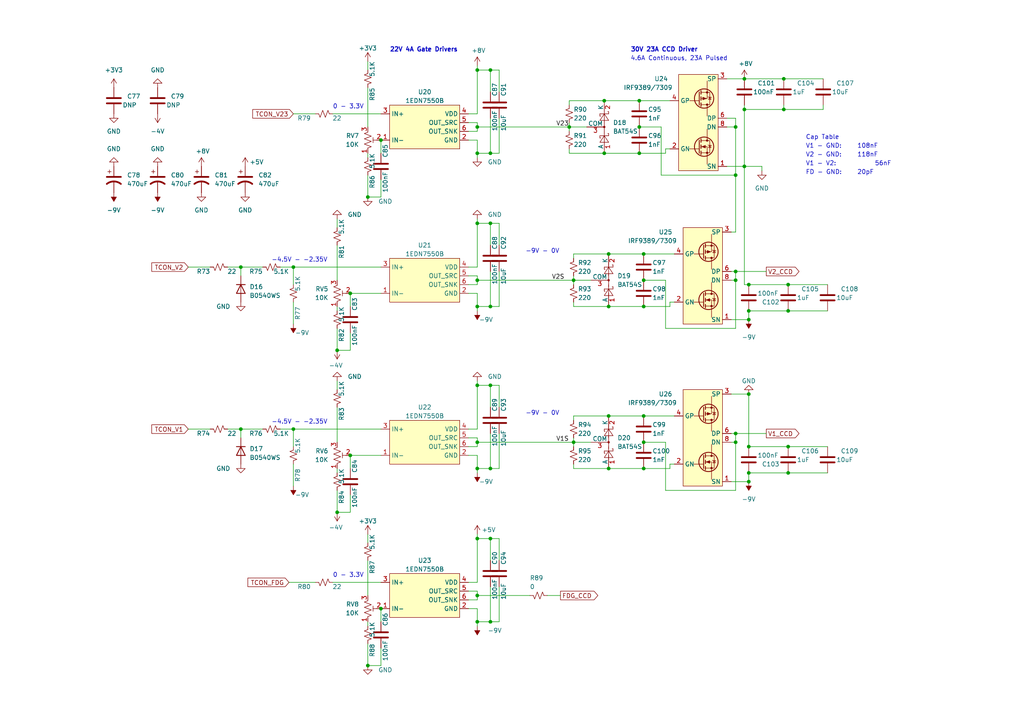
<source format=kicad_sch>
(kicad_sch (version 20231120) (generator "eeschema") (generator_version "8.0")
  (paper "A4")
  (title_block (title "Sitina 1 Sensor Board") (date "2024-03-25") (rev "R0.9") (company "Copyright 2024 Wenting Zhang") (comment 2 "MERCHANTABILITY, SATISFACTORY QUALITY AND FITNESS FOR A PARTICULAR PURPOSE.") (comment 3 "This source is distributed WITHOUT ANY EXPRESS OR IMPLIED WARRANTY, INCLUDING OF") (comment 4 "This source describes Open Hardware and is licensed under the CERN-OHL-P v2."))
  (lib_symbols
    (symbol "Device:C" (pin_numbers hide) (pin_names (offset 0.254))
      (property "Reference" "C" (at 0.635 2.54 0))
      (property "Value" "C" (at 0.635 -2.54 0))
      (symbol "C_1_1"
        (pin passive line (at 0 3.81 270) (length 2.794) (name "~") (number "1"))
        (pin passive line (at 0 -3.81 90) (length 2.794) (name "~") (number "2"))
      )
    )
    (symbol "Device:C_Polarized_US" (pin_numbers hide) (pin_names (offset 0.254) hide)
      (property "Reference" "C" (at 0.635 2.54 0))
      (property "Value" "C_Polarized_US" (at 0.635 -2.54 0))
      (symbol "C_Polarized_US_1_1"
        (pin passive line (at 0 3.81 270) (length 2.794) (name "~") (number "1"))
        (pin passive line (at 0 -3.81 90) (length 3.302) (name "~") (number "2"))
      )
    )
    (symbol "Device:D" (pin_numbers hide) (pin_names (offset 1.016) hide)
      (property "Reference" "D" (at 0 2.54 0))
      (property "Value" "D" (at 0 -2.54 0))
      (symbol "D_1_1"
        (pin passive line (at -3.81 0 0) (length 2.54) (name "K") (number "1"))
        (pin passive line (at 3.81 0 180) (length 2.54) (name "A") (number "2"))
      )
    )
    (symbol "Device:R_Potentiometer_Trim_US" (pin_names (offset 1.016) hide)
      (property "Reference" "RV" (at -4.445 0 90))
      (property "Value" "R_Potentiometer_Trim_US" (at -2.54 0 90))
      (symbol "R_Potentiometer_Trim_US_1_1"
        (pin passive line (at 0 3.81 270) (length 1.27) (name "1") (number "1"))
        (pin passive line (at 3.81 0 180) (length 1.27) (name "2") (number "2"))
        (pin passive line (at 0 -3.81 90) (length 1.27) (name "3") (number "3"))
      )
    )
    (symbol "Device:R_Small_US" (pin_numbers hide) (pin_names (offset 0.254) hide)
      (property "Reference" "R" (at 0.762 0.508 0))
      (property "Value" "R_Small_US" (at 0.762 -1.016 0))
      (symbol "R_Small_US_1_1"
        (pin passive line (at 0 2.54 270) (length 1.016) (name "~") (number "1"))
        (pin passive line (at 0 -2.54 90) (length 1.016) (name "~") (number "2"))
      )
    )
    (symbol "Diode:BAT54S" (pin_names (offset 0))
      (property "Reference" "D" (at 2.54 -5.08 0))
      (property "Value" "BAT54S" (at -6.35 3.175 0))
      (symbol "BAT54S_1_1"
        (pin passive line (at -7.62 0 0) (length 3.81) (name "A") (number "1"))
        (pin passive line (at 7.62 0 180) (length 3.81) (name "K") (number "2"))
        (pin passive line (at 0 -5.08 90) (length 5.08) (name "COM") (number "3"))
      )
    )
    (symbol "Sitina:-4V" (power) (pin_names (offset 0))
      (property "Value" "-4V" (at 0 3.556 0))
      (symbol "-4V_1_1"
        (pin power_in line (at 0 0 90) (length 0) hide (name "-4V") (number "1"))
      )
    )
    (symbol "power:+3V3" (power) (pin_numbers hide) (pin_names (offset 0) hide)
      (property "Value" "+3V3" (at 0 3.556 0))
      (symbol "+3V3_1_1"
        (pin power_in line (at 0 0 90) (length 0) (name "~") (number "1"))
      )
    )
    (symbol "power:+5V" (power) (pin_names (offset 0))
      (property "Value" "+5V" (at 0 3.556 0))
      (symbol "+5V_1_1"
        (pin power_in line (at 0 0 90) (length 0) hide (name "+5V") (number "1"))
      )
    )
    (symbol "power:+8V" (power) (pin_names (offset 0))
      (property "Value" "+8V" (at 0 3.556 0))
      (symbol "+8V_1_1"
        (pin power_in line (at 0 0 90) (length 0) hide (name "+8V") (number "1"))
      )
    )
    (symbol "power:-9V" (power) (pin_names (offset 0))
      (property "Value" "-9V" (at 0 3.81 0))
      (symbol "-9V_1_1"
        (pin power_in line (at 0 0 90) (length 0) hide (name "-9V") (number "1"))
      )
    )
    (symbol "power:GND" (power) (pin_names (offset 0))
      (property "Value" "GND" (at 0 -3.81 0))
      (symbol "GND_1_1"
        (pin power_in line (at 0 0 270) (length 0) hide (name "GND") (number "1"))
      )
    )
    (symbol "symbols:1EDNx550B"
      (property "Reference" "U" (at 0 0 0))
      (property "Value" "1EDNx550" (at 0 0 0))
      (symbol "1EDNx550B_1_1"
        (pin input line (at -2.54 -12.7 0) (length 2.54) (name "IN-") (number "1"))
        (pin passive line (at 22.86 -12.7 180) (length 2.54) (name "GND") (number "2"))
        (pin input line (at -2.54 -5.08 0) (length 2.54) (name "IN+") (number "3"))
        (pin power_in line (at 22.86 -5.08 180) (length 2.54) (name "VDD") (number "4"))
        (pin output line (at 22.86 -7.62 180) (length 2.54) (name "OUT_SRC") (number "5"))
        (pin output line (at 22.86 -10.16 180) (length 2.54) (name "OUT_SNK") (number "6"))
      )
    )
    (symbol "symbols:IRF9389BF"
      (property "Reference" "U" (at 1.27 1.27 0))
      (property "Value" "IRF9389BF" (at 8.89 1.27 0))
      (symbol "IRF9389BF_1_1"
        (pin bidirectional line (at 13.97 -27.94 180) (length 2.54) (name "SN") (number "1"))
        (pin input line (at -2.54 -22.86 0) (length 2.54) (name "GN") (number "2"))
        (pin bidirectional line (at 13.97 -2.54 180) (length 2.54) (name "SP") (number "3"))
        (pin input line (at -2.54 -8.89 0) (length 2.54) (name "GP") (number "4"))
        (pin bidirectional line (at 13.97 -13.97 180) (length 2.54) hide (name "DP") (number "5"))
        (pin bidirectional line (at 13.97 -13.97 180) (length 2.54) (name "DP") (number "6"))
        (pin bidirectional line (at 13.97 -16.51 180) (length 2.54) hide (name "DN") (number "7"))
        (pin bidirectional line (at 13.97 -16.51 180) (length 2.54) (name "DN") (number "8"))
      )
    )
  )
  (junction (at 85.09 124.46))
  (junction (at 185.42 36.83))
  (junction (at 110.49 40.64))
  (junction (at 138.43 156.21))
  (junction (at 176.53 135.89))
  (junction (at 215.9 31.75))
  (junction (at 106.68 193.04))
  (junction (at 138.43 172.72))
  (junction (at 110.49 176.53))
  (junction (at 142.24 64.77))
  (junction (at 228.6 129.54))
  (junction (at 185.42 29.21))
  (junction (at 213.36 128.27))
  (junction (at 138.43 180.34))
  (junction (at 138.43 64.77))
  (junction (at 165.1 36.83))
  (junction (at 138.43 88.9))
  (junction (at 176.53 88.9))
  (junction (at 186.69 128.27))
  (junction (at 228.6 90.17))
  (junction (at 176.53 73.66))
  (junction (at 217.17 137.16))
  (junction (at 142.24 156.21))
  (junction (at 227.33 22.86))
  (junction (at 142.24 180.34))
  (junction (at 138.43 81.28))
  (junction (at 138.43 36.83))
  (junction (at 97.79 101.6))
  (junction (at 217.17 82.55))
  (junction (at 186.69 120.65))
  (junction (at 142.24 88.9))
  (junction (at 213.36 81.28))
  (junction (at 186.69 73.66))
  (junction (at 175.26 44.45))
  (junction (at 138.43 128.27))
  (junction (at 142.24 111.76))
  (junction (at 186.69 81.28))
  (junction (at 138.43 135.89))
  (junction (at 213.36 50.8))
  (junction (at 166.37 81.28))
  (junction (at 101.6 132.08))
  (junction (at 227.33 31.75))
  (junction (at 142.24 20.32))
  (junction (at 138.43 111.76))
  (junction (at 228.6 137.16))
  (junction (at 213.36 125.73))
  (junction (at 106.68 57.15))
  (junction (at 175.26 29.21))
  (junction (at 185.42 44.45))
  (junction (at 217.17 139.7))
  (junction (at 213.36 36.83))
  (junction (at 85.09 77.47))
  (junction (at 228.6 82.55))
  (junction (at 142.24 44.45))
  (junction (at 186.69 88.9))
  (junction (at 101.6 85.09))
  (junction (at 217.17 90.17))
  (junction (at 176.53 120.65))
  (junction (at 215.9 22.86))
  (junction (at 217.17 129.54))
  (junction (at 166.37 128.27))
  (junction (at 138.43 44.45))
  (junction (at 69.85 124.46))
  (junction (at 186.69 135.89))
  (junction (at 215.9 48.26))
  (junction (at 213.36 78.74))
  (junction (at 97.79 148.59))
  (junction (at 138.43 20.32))
  (junction (at 69.85 77.47))
  (junction (at 217.17 114.3))
  (junction (at 142.24 135.89))
  (junction (at 217.17 92.71))
  (wire (pts (xy 138.43 64.77) (xy 142.24 64.77)))
  (wire (pts (xy 142.24 78.74) (xy 142.24 88.9)))
  (wire (pts (xy 213.36 81.28) (xy 213.36 95.25)))
  (wire (pts (xy 166.37 88.9) (xy 176.53 88.9)))
  (wire (pts (xy 138.43 20.32) (xy 138.43 33.02)))
  (wire (pts (xy 144.78 64.77) (xy 144.78 71.12)))
  (wire (pts (xy 135.89 168.91) (xy 138.43 168.91)))
  (wire (pts (xy 194.31 87.63) (xy 195.58 87.63)))
  (wire (pts (xy 217.17 129.54) (xy 228.6 129.54)))
  (wire (pts (xy 106.68 181.61) (xy 106.68 180.34)))
  (wire (pts (xy 215.9 22.86) (xy 227.33 22.86)))
  (wire (pts (xy 138.43 154.94) (xy 138.43 156.21)))
  (wire (pts (xy 144.78 170.18) (xy 144.78 180.34)))
  (wire (pts (xy 97.79 71.12) (xy 97.79 81.28)))
  (wire (pts (xy 101.6 96.52) (xy 101.6 101.6)))
  (wire (pts (xy 227.33 31.75) (xy 215.9 31.75)))
  (wire (pts (xy 142.24 64.77) (xy 144.78 64.77)))
  (wire (pts (xy 106.68 162.56) (xy 106.68 172.72)))
  (wire (pts (xy 138.43 38.1) (xy 135.89 38.1)))
  (wire (pts (xy 69.85 124.46) (xy 76.2 124.46)))
  (wire (pts (xy 240.03 90.17) (xy 228.6 90.17)))
  (wire (pts (xy 138.43 127) (xy 138.43 128.27)))
  (wire (pts (xy 217.17 90.17) (xy 228.6 90.17)))
  (wire (pts (xy 97.79 63.5) (xy 97.79 66.04)))
  (wire (pts (xy 138.43 19.05) (xy 138.43 20.32)))
  (wire (pts (xy 138.43 156.21) (xy 142.24 156.21)))
  (wire (pts (xy 144.78 180.34) (xy 142.24 180.34)))
  (wire (pts (xy 142.24 156.21) (xy 142.24 162.56)))
  (wire (pts (xy 144.78 135.89) (xy 142.24 135.89)))
  (wire (pts (xy 135.89 171.45) (xy 138.43 171.45)))
  (wire (pts (xy 138.43 180.34) (xy 138.43 181.61)))
  (wire (pts (xy 135.89 85.09) (xy 138.43 85.09)))
  (wire (pts (xy 142.24 170.18) (xy 142.24 180.34)))
  (wire (pts (xy 144.78 125.73) (xy 144.78 135.89)))
  (wire (pts (xy 106.68 25.4) (xy 106.68 36.83)))
  (wire (pts (xy 138.43 173.99) (xy 135.89 173.99)))
  (wire (pts (xy 101.6 85.09) (xy 110.49 85.09)))
  (wire (pts (xy 215.9 82.55) (xy 217.17 82.55)))
  (wire (pts (xy 213.36 128.27) (xy 213.36 142.24)))
  (wire (pts (xy 227.33 30.48) (xy 227.33 31.75)))
  (wire (pts (xy 166.37 120.65) (xy 166.37 121.92)))
  (wire (pts (xy 213.36 50.8) (xy 191.77 50.8)))
  (wire (pts (xy 135.89 40.64) (xy 138.43 40.64)))
  (wire (pts (xy 138.43 36.83) (xy 165.1 36.83)))
  (wire (pts (xy 81.28 124.46) (xy 85.09 124.46)))
  (wire (pts (xy 213.36 34.29) (xy 213.36 36.83)))
  (wire (pts (xy 106.68 186.69) (xy 106.68 193.04)))
  (wire (pts (xy 176.53 120.65) (xy 186.69 120.65)))
  (wire (pts (xy 85.09 33.02) (xy 91.44 33.02)))
  (wire (pts (xy 69.85 77.47) (xy 76.2 77.47)))
  (wire (pts (xy 66.04 77.47) (xy 69.85 77.47)))
  (wire (pts (xy 166.37 73.66) (xy 176.53 73.66)))
  (wire (pts (xy 138.43 156.21) (xy 138.43 168.91)))
  (wire (pts (xy 106.68 17.78) (xy 106.68 20.32)))
  (wire (pts (xy 193.04 43.18) (xy 194.31 43.18)))
  (wire (pts (xy 138.43 132.08) (xy 138.43 135.89)))
  (wire (pts (xy 69.85 80.01) (xy 69.85 77.47)))
  (wire (pts (xy 101.6 101.6) (xy 97.79 101.6)))
  (wire (pts (xy 186.69 120.65) (xy 195.58 120.65)))
  (wire (pts (xy 166.37 135.89) (xy 176.53 135.89)))
  (wire (pts (xy 138.43 81.28) (xy 166.37 81.28)))
  (wire (pts (xy 135.89 77.47) (xy 138.43 77.47)))
  (wire (pts (xy 110.49 187.96) (xy 110.49 193.04)))
  (wire (pts (xy 138.43 85.09) (xy 138.43 88.9)))
  (wire (pts (xy 110.49 193.04) (xy 106.68 193.04)))
  (wire (pts (xy 138.43 64.77) (xy 138.43 77.47)))
  (wire (pts (xy 194.31 88.9) (xy 186.69 88.9)))
  (wire (pts (xy 228.6 82.55) (xy 240.03 82.55)))
  (wire (pts (xy 110.49 176.53) (xy 110.49 180.34)))
  (wire (pts (xy 138.43 40.64) (xy 138.43 44.45)))
  (wire (pts (xy 220.98 49.53) (xy 220.98 48.26)))
  (wire (pts (xy 138.43 171.45) (xy 138.43 172.72)))
  (wire (pts (xy 110.49 52.07) (xy 110.49 57.15)))
  (wire (pts (xy 212.09 139.7) (xy 217.17 139.7)))
  (wire (pts (xy 142.24 111.76) (xy 142.24 118.11)))
  (wire (pts (xy 191.77 50.8) (xy 191.77 36.83)))
  (wire (pts (xy 144.78 44.45) (xy 142.24 44.45)))
  (wire (pts (xy 144.78 88.9) (xy 142.24 88.9)))
  (wire (pts (xy 166.37 81.28) (xy 166.37 82.55)))
  (wire (pts (xy 142.24 34.29) (xy 142.24 44.45)))
  (wire (pts (xy 176.53 73.66) (xy 186.69 73.66)))
  (wire (pts (xy 144.78 34.29) (xy 144.78 44.45)))
  (wire (pts (xy 185.42 29.21) (xy 194.31 29.21)))
  (wire (pts (xy 193.04 81.28) (xy 186.69 81.28)))
  (wire (pts (xy 194.31 135.89) (xy 186.69 135.89)))
  (wire (pts (xy 142.24 88.9) (xy 138.43 88.9)))
  (wire (pts (xy 165.1 36.83) (xy 165.1 38.1)))
  (wire (pts (xy 66.04 124.46) (xy 69.85 124.46)))
  (wire (pts (xy 85.09 134.62) (xy 85.09 140.97)))
  (wire (pts (xy 96.52 168.91) (xy 110.49 168.91)))
  (wire (pts (xy 166.37 128.27) (xy 171.45 128.27)))
  (wire (pts (xy 240.03 137.16) (xy 228.6 137.16)))
  (wire (pts (xy 138.43 111.76) (xy 142.24 111.76)))
  (wire (pts (xy 193.04 95.25) (xy 193.04 81.28)))
  (wire (pts (xy 85.09 87.63) (xy 85.09 93.98)))
  (wire (pts (xy 138.43 44.45) (xy 138.43 45.72)))
  (wire (pts (xy 193.04 44.45) (xy 185.42 44.45)))
  (wire (pts (xy 138.43 128.27) (xy 166.37 128.27)))
  (wire (pts (xy 210.82 48.26) (xy 215.9 48.26)))
  (wire (pts (xy 213.36 125.73) (xy 222.25 125.73)))
  (wire (pts (xy 138.43 36.83) (xy 138.43 38.1)))
  (wire (pts (xy 212.09 78.74) (xy 213.36 78.74)))
  (wire (pts (xy 238.76 30.48) (xy 238.76 31.75)))
  (wire (pts (xy 212.09 125.73) (xy 213.36 125.73)))
  (wire (pts (xy 97.79 142.24) (xy 97.79 148.59)))
  (wire (pts (xy 193.04 43.18) (xy 193.04 44.45)))
  (wire (pts (xy 81.28 77.47) (xy 85.09 77.47)))
  (wire (pts (xy 138.43 172.72) (xy 153.67 172.72)))
  (wire (pts (xy 135.89 80.01) (xy 138.43 80.01)))
  (wire (pts (xy 142.24 125.73) (xy 142.24 135.89)))
  (wire (pts (xy 162.56 172.72) (xy 158.75 172.72)))
  (wire (pts (xy 135.89 127) (xy 138.43 127)))
  (wire (pts (xy 138.43 135.89) (xy 138.43 137.16)))
  (wire (pts (xy 186.69 73.66) (xy 195.58 73.66)))
  (wire (pts (xy 138.43 81.28) (xy 138.43 82.55)))
  (wire (pts (xy 142.24 135.89) (xy 138.43 135.89)))
  (wire (pts (xy 210.82 34.29) (xy 213.36 34.29)))
  (wire (pts (xy 217.17 82.55) (xy 228.6 82.55)))
  (wire (pts (xy 144.78 78.74) (xy 144.78 88.9)))
  (wire (pts (xy 175.26 29.21) (xy 185.42 29.21)))
  (wire (pts (xy 144.78 20.32) (xy 144.78 26.67)))
  (wire (pts (xy 138.43 80.01) (xy 138.43 81.28)))
  (wire (pts (xy 213.36 50.8) (xy 213.36 67.31)))
  (wire (pts (xy 210.82 22.86) (xy 215.9 22.86)))
  (wire (pts (xy 138.43 63.5) (xy 138.43 64.77)))
  (wire (pts (xy 54.61 124.46) (xy 60.96 124.46)))
  (wire (pts (xy 175.26 44.45) (xy 185.42 44.45)))
  (wire (pts (xy 138.43 172.72) (xy 138.43 173.99)))
  (wire (pts (xy 97.79 95.25) (xy 97.79 101.6)))
  (wire (pts (xy 193.04 128.27) (xy 186.69 128.27)))
  (wire (pts (xy 138.43 176.53) (xy 138.43 180.34)))
  (wire (pts (xy 142.24 64.77) (xy 142.24 71.12)))
  (wire (pts (xy 138.43 20.32) (xy 142.24 20.32)))
  (wire (pts (xy 166.37 134.62) (xy 166.37 135.89)))
  (wire (pts (xy 85.09 124.46) (xy 85.09 129.54)))
  (wire (pts (xy 166.37 81.28) (xy 171.45 81.28)))
  (wire (pts (xy 165.1 44.45) (xy 175.26 44.45)))
  (wire (pts (xy 213.36 78.74) (xy 222.25 78.74)))
  (wire (pts (xy 135.89 132.08) (xy 138.43 132.08)))
  (wire (pts (xy 138.43 110.49) (xy 138.43 111.76)))
  (wire (pts (xy 228.6 129.54) (xy 240.03 129.54)))
  (wire (pts (xy 142.24 20.32) (xy 144.78 20.32)))
  (wire (pts (xy 217.17 137.16) (xy 217.17 139.7)))
  (wire (pts (xy 142.24 111.76) (xy 144.78 111.76)))
  (wire (pts (xy 212.09 114.3) (xy 217.17 114.3)))
  (wire (pts (xy 101.6 143.51) (xy 101.6 148.59)))
  (wire (pts (xy 106.68 50.8) (xy 106.68 57.15)))
  (wire (pts (xy 142.24 156.21) (xy 144.78 156.21)))
  (wire (pts (xy 213.36 78.74) (xy 213.36 81.28)))
  (wire (pts (xy 217.17 90.17) (xy 217.17 92.71)))
  (wire (pts (xy 110.49 40.64) (xy 110.49 44.45)))
  (wire (pts (xy 227.33 22.86) (xy 238.76 22.86)))
  (wire (pts (xy 144.78 111.76) (xy 144.78 118.11)))
  (wire (pts (xy 97.79 118.11) (xy 97.79 128.27)))
  (wire (pts (xy 210.82 36.83) (xy 213.36 36.83)))
  (wire (pts (xy 142.24 20.32) (xy 142.24 26.67)))
  (wire (pts (xy 138.43 35.56) (xy 138.43 36.83)))
  (wire (pts (xy 85.09 77.47) (xy 85.09 82.55)))
  (wire (pts (xy 166.37 87.63) (xy 166.37 88.9)))
  (wire (pts (xy 101.6 148.59) (xy 97.79 148.59)))
  (wire (pts (xy 165.1 43.18) (xy 165.1 44.45)))
  (wire (pts (xy 135.89 176.53) (xy 138.43 176.53)))
  (wire (pts (xy 101.6 132.08) (xy 101.6 135.89)))
  (wire (pts (xy 142.24 180.34) (xy 138.43 180.34)))
  (wire (pts (xy 142.24 44.45) (xy 138.43 44.45)))
  (wire (pts (xy 194.31 134.62) (xy 195.58 134.62)))
  (wire (pts (xy 217.17 114.3) (xy 217.17 129.54)))
  (wire (pts (xy 212.09 67.31) (xy 213.36 67.31)))
  (wire (pts (xy 83.82 168.91) (xy 91.44 168.91)))
  (wire (pts (xy 101.6 132.08) (xy 110.49 132.08)))
  (wire (pts (xy 217.17 137.16) (xy 228.6 137.16)))
  (wire (pts (xy 166.37 80.01) (xy 166.37 81.28)))
  (wire (pts (xy 213.36 81.28) (xy 212.09 81.28)))
  (wire (pts (xy 85.09 124.46) (xy 110.49 124.46)))
  (wire (pts (xy 144.78 156.21) (xy 144.78 162.56)))
  (wire (pts (xy 166.37 73.66) (xy 166.37 74.93)))
  (wire (pts (xy 194.31 134.62) (xy 194.31 135.89)))
  (wire (pts (xy 165.1 36.83) (xy 170.18 36.83)))
  (wire (pts (xy 110.49 57.15) (xy 106.68 57.15)))
  (wire (pts (xy 69.85 127) (xy 69.85 124.46)))
  (wire (pts (xy 213.36 142.24) (xy 193.04 142.24)))
  (wire (pts (xy 213.36 36.83) (xy 213.36 50.8)))
  (wire (pts (xy 215.9 31.75) (xy 215.9 48.26)))
  (wire (pts (xy 97.79 90.17) (xy 97.79 88.9)))
  (wire (pts (xy 135.89 33.02) (xy 138.43 33.02)))
  (wire (pts (xy 138.43 128.27) (xy 138.43 129.54)))
  (wire (pts (xy 176.53 88.9) (xy 186.69 88.9)))
  (wire (pts (xy 220.98 48.26) (xy 215.9 48.26)))
  (wire (pts (xy 194.31 87.63) (xy 194.31 88.9)))
  (wire (pts (xy 165.1 29.21) (xy 175.26 29.21)))
  (wire (pts (xy 165.1 35.56) (xy 165.1 36.83)))
  (wire (pts (xy 106.68 45.72) (xy 106.68 44.45)))
  (wire (pts (xy 193.04 142.24) (xy 193.04 128.27)))
  (wire (pts (xy 191.77 36.83) (xy 185.42 36.83)))
  (wire (pts (xy 106.68 154.94) (xy 106.68 157.48)))
  (wire (pts (xy 138.43 88.9) (xy 138.43 90.17)))
  (wire (pts (xy 96.52 33.02) (xy 110.49 33.02)))
  (wire (pts (xy 97.79 137.16) (xy 97.79 135.89)))
  (wire (pts (xy 165.1 29.21) (xy 165.1 30.48)))
  (wire (pts (xy 138.43 129.54) (xy 135.89 129.54)))
  (wire (pts (xy 135.89 124.46) (xy 138.43 124.46)))
  (wire (pts (xy 213.36 125.73) (xy 213.36 128.27)))
  (wire (pts (xy 85.09 77.47) (xy 110.49 77.47)))
  (wire (pts (xy 166.37 120.65) (xy 176.53 120.65)))
  (wire (pts (xy 97.79 110.49) (xy 97.79 113.03)))
  (wire (pts (xy 213.36 95.25) (xy 193.04 95.25)))
  (wire (pts (xy 215.9 31.75) (xy 215.9 30.48)))
  (wire (pts (xy 166.37 127) (xy 166.37 128.27)))
  (wire (pts (xy 138.43 82.55) (xy 135.89 82.55)))
  (wire (pts (xy 138.43 111.76) (xy 138.43 124.46)))
  (wire (pts (xy 238.76 31.75) (xy 227.33 31.75)))
  (wire (pts (xy 212.09 92.71) (xy 217.17 92.71)))
  (wire (pts (xy 176.53 135.89) (xy 186.69 135.89)))
  (wire (pts (xy 54.61 77.47) (xy 60.96 77.47)))
  (wire (pts (xy 135.89 35.56) (xy 138.43 35.56)))
  (wire (pts (xy 101.6 85.09) (xy 101.6 88.9)))
  (wire (pts (xy 166.37 128.27) (xy 166.37 129.54)))
  (wire (pts (xy 215.9 48.26) (xy 215.9 82.55)))
  (wire (pts (xy 213.36 128.27) (xy 212.09 128.27)))
  (text "0 - 3.3V" (at 96.52 31.75 0) (effects (font (size 1.27 1.27)) (justify left bottom)))
  (text "-9V - 0V" (at 152.4 120.65 0) (effects (font (size 1.27 1.27)) (justify left bottom)))
  (text "-9V - 0V" (at 152.4 73.66 0) (effects (font (size 1.27 1.27)) (justify left bottom)))
  (text "V2 - GND:	118nF" (at 233.68 45.72 0) (effects (font (size 1.27 1.27)) (justify left bottom)))
  (text "30V 23A CCD Driver" (at 182.88 15.24 0) (effects (font (size 1.27 1.27) (thickness 0.254) (bold yes)) (justify left bottom)))
  (text "V1 - GND:	108nF" (at 233.68 43.18 0) (effects (font (size 1.27 1.27)) (justify left bottom)))
  (text "Cap Table" (at 233.68 40.64 0) (effects (font (size 1.27 1.27)) (justify left bottom)))
  (text "4.6A Continuous, 23A Pulsed" (at 182.88 17.78 0) (effects (font (size 1.27 1.27)) (justify left bottom)))
  (text "22V 4A Gate Drivers" (at 113.03 15.24 0) (effects (font (size 1.27 1.27) (thickness 0.254) (bold yes)) (justify left bottom)))
  (text "0 - 3.3V" (at 96.52 167.64 0) (effects (font (size 1.27 1.27)) (justify left bottom)))
  (text "V1 - V2:		56nF" (at 233.68 48.26 0) (effects (font (size 1.27 1.27)) (justify left bottom)))
  (text "-4.5V - -2.35V" (at 78.74 123.19 0) (effects (font (size 1.27 1.27)) (justify left bottom)))
  (text "-4.5V - -2.35V" (at 78.74 76.2 0) (effects (font (size 1.27 1.27)) (justify left bottom)))
  (text "FD - GND:	20pF" (at 233.68 50.8 0) (effects (font (size 1.27 1.27)) (justify left bottom)))
  (label "V2S" (at 160.02 81.28 0))
  (label "V23" (at 161.29 36.83 0))
  (label "V1S" (at 161.29 128.27 0))
  (global_label "V2_CCD" (shape output) (at 222.25 78.74 0) (property "Intersheetrefs" "${INTERSHEET_REFS}" (effects (hide yes))))
  (global_label "TCON_V23" (shape input) (at 85.09 33.02 180) (property "Intersheetrefs" "${INTERSHEET_REFS}" (effects (hide yes))))
  (global_label "FDG_CCD" (shape output) (at 162.56 172.72 0) (property "Intersheetrefs" "${INTERSHEET_REFS}" (effects (hide yes))))
  (global_label "TCON_V1" (shape input) (at 54.61 124.46 180) (property "Intersheetrefs" "${INTERSHEET_REFS}" (effects (hide yes))))
  (global_label "V1_CCD" (shape output) (at 222.25 125.73 0) (property "Intersheetrefs" "${INTERSHEET_REFS}" (effects (hide yes))))
  (global_label "TCON_FDG" (shape input) (at 83.82 168.91 180) (property "Intersheetrefs" "${INTERSHEET_REFS}" (effects (hide yes))))
  (global_label "TCON_V2" (shape input) (at 54.61 77.47 180) (property "Intersheetrefs" "${INTERSHEET_REFS}" (effects (hide yes))))
  (symbol (lib_id "Device:C") (at 101.6 139.7 180) (unit 1)
    (property "Reference" "C84" (at 102.87 137.16 90) (effects (justify right)))
    (property "Value" "100nF" (at 102.87 147.32 90) (effects (justify right)))
    (property "Footprint" "Capacitor_SMD:C_0402_1005Metric" (effects (hide yes)))
  )
  (symbol (lib_id "power:GND") (at 45.72 25.4 0) (mirror x) (unit 1)
    (property "Reference" "#PWR0169" (effects (hide yes)))
    (property "Value" "GND" (at 45.72 20.32 0))
  )
  (symbol (lib_id "Device:R_Potentiometer_Trim_US") (at 97.79 132.08 0) (mirror x) (unit 1)
    (property "Reference" "RV6" (at 95.25 130.81 0) (effects (justify right)))
    (property "Value" "10K" (at 95.25 133.35 0) (effects (justify right)))
    (property "Footprint" "footprints:Potentiometer_Bourns_TC33X_Vertical" (effects (hide yes)))
  )
  (symbol (lib_id "Device:C") (at 186.69 77.47 180) (unit 1)
    (property "Reference" "C97" (at 189.23 76.2 0) (effects (justify right)))
    (property "Value" "1nF" (at 189.23 78.74 0) (effects (justify right)))
    (property "Footprint" "Capacitor_SMD:C_0402_1005Metric" (effects (hide yes)))
  )
  (symbol (lib_id "Device:C") (at 110.49 48.26 180) (unit 1)
    (property "Reference" "C85" (at 111.76 45.72 90) (effects (justify right)))
    (property "Value" "100nF" (at 111.76 55.88 90) (effects (justify right)))
    (property "Footprint" "Capacitor_SMD:C_0402_1005Metric" (effects (hide yes)))
  )
  (symbol (lib_id "symbols:IRF9389BF") (at 198.12 111.76 0) (unit 1)
    (property "Reference" "U26" (at 193.04 114.3 0))
    (property "Value" "IRF9389/7309" (at 189.23 116.84 0))
    (property "Footprint" "Package_SO:SOIC-8_3.9x4.9mm_P1.27mm" (effects (hide yes)))
    (property "Datasheet" "https://www.infineon.com/dgdl/Infineon-IRF9389-DataSheet-v01_01-EN.pdf" (effects (hide yes)))
  )
  (symbol (lib_id "Sitina:-4V") (at 45.72 33.02 0) (mirror x) (unit 1)
    (property "Reference" "#PWR0170" (effects (hide yes)))
    (property "Value" "-4V" (at 45.72 38.1 0))
  )
  (symbol (lib_id "power:+8V") (at 58.42 48.26 0) (unit 1)
    (property "Reference" "#PWR0173" (effects (hide yes)))
    (property "Value" "+8V" (at 58.801 43.8658 0))
  )
  (symbol (lib_id "symbols:1EDNx550B") (at 113.03 72.39 0) (unit 1)
    (property "Reference" "U21" (at 123.19 71.12 0))
    (property "Value" "1EDN7550B" (at 123.19 73.66 0))
    (property "Footprint" "Package_TO_SOT_SMD:SOT-23-6_Handsoldering" (effects (hide yes)))
    (property "Datasheet" "https://www.infineon.com/dgdl/Infineon-1EDN6550B-DataSheet-v02_03-EN.pdf" (effects (hide yes)))
  )
  (symbol (lib_id "Device:R_Small_US") (at 93.98 33.02 90) (mirror x) (unit 1)
    (property "Reference" "R79" (at 90.17 34.29 90) (effects (justify left)))
    (property "Value" "22" (at 99.06 34.29 90) (effects (justify left)))
    (property "Footprint" "Resistor_SMD:R_0402_1005Metric" (effects (hide yes)))
  )
  (symbol (lib_id "Device:D") (at 69.85 83.82 270) (unit 1)
    (property "Reference" "D16" (at 72.39 83.185 90) (effects (justify left)))
    (property "Value" "B0540WS" (at 72.39 85.725 90) (effects (justify left)))
    (property "Footprint" "Diode_SMD:D_SOD-323" (effects (hide yes)))
    (property "Sim.Device" "D" (effects (hide yes)))
    (property "Sim.Pins" "1=K 2=A" (effects (hide yes)))
  )
  (symbol (lib_id "power:-9V") (at 85.09 93.98 180) (unit 1)
    (property "Reference" "#PWR0179" (effects (hide yes)))
    (property "Value" "-9V" (at 87.63 96.52 0))
  )
  (symbol (lib_id "power:GND") (at 69.85 87.63 0) (mirror y) (unit 1)
    (property "Reference" "#PWR0175" (effects (hide yes)))
    (property "Value" "GND" (at 64.77 88.9 0))
  )
  (symbol (lib_id "Device:C") (at 228.6 86.36 180) (unit 1)
    (property "Reference" "C105" (at 232.41 83.82 0) (effects (justify right)))
    (property "Value" "1uF" (at 231.14 86.36 0) (effects (justify right)))
    (property "Footprint" "Capacitor_SMD:C_0402_1005Metric" (effects (hide yes)))
  )
  (symbol (lib_id "Device:R_Potentiometer_Trim_US") (at 106.68 40.64 0) (mirror x) (unit 1)
    (property "Reference" "RV7" (at 104.14 39.37 0) (effects (justify right)))
    (property "Value" "10K" (at 104.14 41.91 0) (effects (justify right)))
    (property "Footprint" "footprints:Potentiometer_Bourns_TC33X_Vertical" (effects (hide yes)))
  )
  (symbol (lib_id "Device:C") (at 110.49 184.15 180) (unit 1)
    (property "Reference" "C86" (at 111.76 181.61 90) (effects (justify right)))
    (property "Value" "100nF" (at 111.76 191.77 90) (effects (justify right)))
    (property "Footprint" "Capacitor_SMD:C_0402_1005Metric" (effects (hide yes)))
  )
  (symbol (lib_id "Device:C") (at 228.6 133.35 180) (unit 1)
    (property "Reference" "C106" (at 232.41 130.81 0) (effects (justify right)))
    (property "Value" "1uF" (at 231.14 133.35 0) (effects (justify right)))
    (property "Footprint" "Capacitor_SMD:C_0402_1005Metric" (effects (hide yes)))
  )
  (symbol (lib_id "power:-9V") (at 138.43 181.61 180) (unit 1)
    (property "Reference" "#PWR0196" (effects (hide yes)))
    (property "Value" "-9V" (at 143.51 182.88 0))
  )
  (symbol (lib_id "Device:C") (at 186.69 124.46 180) (unit 1)
    (property "Reference" "C99" (at 189.23 123.19 0) (effects (justify right)))
    (property "Value" "1nF" (at 189.23 125.73 0) (effects (justify right)))
    (property "Footprint" "Capacitor_SMD:C_0402_1005Metric" (effects (hide yes)))
  )
  (symbol (lib_id "power:-9V") (at 217.17 139.7 180) (unit 1)
    (property "Reference" "#PWR0200" (effects (hide yes)))
    (property "Value" "-9V" (at 217.17 144.78 0))
  )
  (symbol (lib_id "Device:C") (at 240.03 133.35 180) (unit 1)
    (property "Reference" "C109" (at 243.84 130.81 0) (effects (justify right)))
    (property "Value" "10uF" (at 242.57 133.35 0) (effects (justify right)))
    (property "Footprint" "Capacitor_SMD:C_0603_1608Metric" (effects (hide yes)))
  )
  (symbol (lib_id "Device:R_Small_US") (at 85.09 132.08 0) (mirror x) (unit 1)
    (property "Reference" "R78" (at 86.36 135.89 90) (effects (justify left)))
    (property "Value" "5.1K" (at 86.36 127 90) (effects (justify left)))
    (property "Footprint" "Resistor_SMD:R_0402_1005Metric" (effects (hide yes)))
  )
  (symbol (lib_id "Diode:BAT54S") (at 175.26 36.83 270) (mirror x) (unit 1)
    (property "Reference" "D18" (at 177.8 35.56 90) (effects (justify left)))
    (property "Value" "BAT54S" (at 177.8 38.1 90) (effects (justify left)))
    (property "Footprint" "Package_TO_SOT_SMD:SOT-23" (effects (hide yes)))
    (property "Datasheet" "https://www.diodes.com/assets/Datasheets/ds11005.pdf" (effects (hide yes)))
  )
  (symbol (lib_id "power:+8V") (at 215.9 22.86 0) (unit 1)
    (property "Reference" "#PWR0197" (effects (hide yes)))
    (property "Value" "+8V" (at 216.281 18.4658 0))
  )
  (symbol (lib_id "Device:C") (at 142.24 30.48 180) (unit 1)
    (property "Reference" "C87" (at 143.51 27.94 90) (effects (justify right)))
    (property "Value" "100nF" (at 143.51 38.1 90) (effects (justify right)))
    (property "Footprint" "Capacitor_SMD:C_0402_1005Metric" (effects (hide yes)))
  )
  (symbol (lib_id "Device:C_Polarized_US") (at 71.12 52.07 0) (unit 1)
    (property "Reference" "C82" (at 74.93 50.8 0) (effects (justify left)))
    (property "Value" "470uF" (at 74.93 53.34 0) (effects (justify left)))
    (property "Footprint" "Capacitor_SMD:C_Elec_6.3x7.7" (effects (hide yes)))
  )
  (symbol (lib_id "Device:R_Small_US") (at 166.37 132.08 0) (mirror x) (unit 1)
    (property "Reference" "R95" (at 167.64 130.81 0) (effects (justify left)))
    (property "Value" "220" (at 167.64 133.35 0) (effects (justify left)))
    (property "Footprint" "Resistor_SMD:R_0402_1005Metric" (effects (hide yes)))
  )
  (symbol (lib_id "Device:C_Polarized_US") (at 33.02 52.07 0) (unit 1)
    (property "Reference" "C78" (at 36.83 50.8 0) (effects (justify left)))
    (property "Value" "470uF" (at 36.83 53.34 0) (effects (justify left)))
    (property "Footprint" "Capacitor_SMD:C_Elec_6.3x7.7" (effects (hide yes)))
  )
  (symbol (lib_id "power:+3V3") (at 33.02 25.4 0) (unit 1)
    (property "Reference" "#PWR0165" (effects (hide yes)))
    (property "Value" "+3V3" (at 33.02 20.32 0))
    (property "Description" "Power symbol creates a global label with name \"+3V3\"" (effects (hide yes)))
  )
  (symbol (lib_id "power:GND") (at 220.98 49.53 0) (mirror y) (unit 1)
    (property "Reference" "#PWR0201" (effects (hide yes)))
    (property "Value" "GND" (at 220.98 54.61 0))
  )
  (symbol (lib_id "power:GND") (at 138.43 45.72 0) (mirror y) (unit 1)
    (property "Reference" "#PWR0190" (effects (hide yes)))
    (property "Value" "GND" (at 143.51 46.99 0))
  )
  (symbol (lib_id "power:+5V") (at 71.12 48.26 0) (unit 1)
    (property "Reference" "#PWR0177" (effects (hide yes)))
    (property "Value" "+5V" (at 72.39 46.99 0) (effects (justify left)))
  )
  (symbol (lib_id "Device:C") (at 144.78 166.37 180) (unit 1)
    (property "Reference" "C94" (at 146.05 163.83 90) (effects (justify right)))
    (property "Value" "10uF" (at 146.05 173.99 90) (effects (justify right)))
    (property "Footprint" "Capacitor_SMD:C_0603_1608Metric" (effects (hide yes)))
  )
  (symbol (lib_id "Device:C") (at 33.02 29.21 180) (unit 1)
    (property "Reference" "C77" (at 36.83 27.94 0) (effects (justify right)))
    (property "Value" "DNP" (at 35.56 30.48 0) (effects (justify right)))
    (property "Footprint" "Capacitor_SMD:C_0402_1005Metric" (effects (hide yes)))
  )
  (symbol (lib_id "Device:C") (at 186.69 132.08 180) (unit 1)
    (property "Reference" "C100" (at 189.23 130.81 0) (effects (justify right)))
    (property "Value" "1nF" (at 189.23 133.35 0) (effects (justify right)))
    (property "Footprint" "Capacitor_SMD:C_0402_1005Metric" (effects (hide yes)))
  )
  (symbol (lib_id "Device:C") (at 142.24 166.37 180) (unit 1)
    (property "Reference" "C90" (at 143.51 163.83 90) (effects (justify right)))
    (property "Value" "100nF" (at 143.51 173.99 90) (effects (justify right)))
    (property "Footprint" "Capacitor_SMD:C_0402_1005Metric" (effects (hide yes)))
  )
  (symbol (lib_id "power:+3V3") (at 106.68 154.94 0) (unit 1)
    (property "Reference" "#PWR0187" (effects (hide yes)))
    (property "Value" "+3V3" (at 106.68 151.13 0))
    (property "Description" "Power symbol creates a global label with name \"+3V3\"" (effects (hide yes)))
  )
  (symbol (lib_id "power:GND") (at 71.12 55.88 0) (unit 1)
    (property "Reference" "#PWR0178" (effects (hide yes)))
    (property "Value" "GND" (at 71.12 60.96 0))
  )
  (symbol (lib_id "power:GND") (at 138.43 110.49 0) (mirror x) (unit 1)
    (property "Reference" "#PWR0193" (effects (hide yes)))
    (property "Value" "GND" (at 143.51 109.22 0))
  )
  (symbol (lib_id "Device:C") (at 142.24 121.92 180) (unit 1)
    (property "Reference" "C89" (at 143.51 119.38 90) (effects (justify right)))
    (property "Value" "100nF" (at 143.51 129.54 90) (effects (justify right)))
    (property "Footprint" "Capacitor_SMD:C_0402_1005Metric" (effects (hide yes)))
  )
  (symbol (lib_id "Device:R_Small_US") (at 63.5 77.47 90) (mirror x) (unit 1)
    (property "Reference" "R73" (at 60.96 78.74 90) (effects (justify left)))
    (property "Value" "22" (at 68.58 78.74 90) (effects (justify left)))
    (property "Footprint" "Resistor_SMD:R_0402_1005Metric" (effects (hide yes)))
  )
  (symbol (lib_id "symbols:1EDNx550B") (at 113.03 27.94 0) (unit 1)
    (property "Reference" "U20" (at 123.19 26.67 0))
    (property "Value" "1EDN7550B" (at 123.19 29.21 0))
    (property "Footprint" "Package_TO_SOT_SMD:SOT-23-6_Handsoldering" (effects (hide yes)))
    (property "Datasheet" "https://www.infineon.com/dgdl/Infineon-1EDN6550B-DataSheet-v02_03-EN.pdf" (effects (hide yes)))
  )
  (symbol (lib_id "power:GND") (at 33.02 33.02 0) (mirror y) (unit 1)
    (property "Reference" "#PWR0166" (effects (hide yes)))
    (property "Value" "GND" (at 33.02 38.1 0))
  )
  (symbol (lib_id "Device:D") (at 69.85 130.81 270) (unit 1)
    (property "Reference" "D17" (at 72.39 130.175 90) (effects (justify left)))
    (property "Value" "B0540WS" (at 72.39 132.715 90) (effects (justify left)))
    (property "Footprint" "Diode_SMD:D_SOD-323" (effects (hide yes)))
    (property "Sim.Device" "D" (effects (hide yes)))
    (property "Sim.Pins" "1=K 2=A" (effects (hide yes)))
  )
  (symbol (lib_id "power:-9V") (at 217.17 92.71 180) (unit 1)
    (property "Reference" "#PWR0198" (effects (hide yes)))
    (property "Value" "-9V" (at 217.17 97.79 0))
  )
  (symbol (lib_id "Diode:BAT54S") (at 176.53 81.28 270) (mirror x) (unit 1)
    (property "Reference" "D19" (at 179.07 80.01 90) (effects (justify left)))
    (property "Value" "BAT54S" (at 179.07 82.55 90) (effects (justify left)))
    (property "Footprint" "Package_TO_SOT_SMD:SOT-23" (effects (hide yes)))
    (property "Datasheet" "https://www.diodes.com/assets/Datasheets/ds11005.pdf" (effects (hide yes)))
  )
  (symbol (lib_id "Device:R_Small_US") (at 166.37 77.47 0) (mirror x) (unit 1)
    (property "Reference" "R92" (at 167.64 76.2 0) (effects (justify left)))
    (property "Value" "220" (at 167.64 78.74 0) (effects (justify left)))
    (property "Footprint" "Resistor_SMD:R_0402_1005Metric" (effects (hide yes)))
  )
  (symbol (lib_id "power:GND") (at 106.68 57.15 0) (mirror y) (unit 1)
    (property "Reference" "#PWR0186" (effects (hide yes)))
    (property "Value" "GND" (at 111.76 58.42 0))
  )
  (symbol (lib_id "Device:C") (at 238.76 26.67 180) (unit 1)
    (property "Reference" "C107" (at 242.57 24.13 0) (effects (justify right)))
    (property "Value" "10uF" (at 241.3 26.67 0) (effects (justify right)))
    (property "Footprint" "Capacitor_SMD:C_0603_1608Metric" (effects (hide yes)))
  )
  (symbol (lib_id "power:GND") (at 45.72 48.26 180) (unit 1)
    (property "Reference" "#PWR0171" (effects (hide yes)))
    (property "Value" "GND" (at 45.72 43.18 0))
  )
  (symbol (lib_id "Device:R_Small_US") (at 97.79 139.7 0) (mirror x) (unit 1)
    (property "Reference" "R84" (at 99.06 142.24 90) (effects (justify left)))
    (property "Value" "5.1K" (at 99.06 135.89 90) (effects (justify left)))
    (property "Footprint" "Resistor_SMD:R_0402_1005Metric" (effects (hide yes)))
  )
  (symbol (lib_id "Device:R_Small_US") (at 106.68 160.02 0) (mirror x) (unit 1)
    (property "Reference" "R87" (at 107.95 162.56 90) (effects (justify left)))
    (property "Value" "5.1K" (at 107.95 154.94 90) (effects (justify left)))
    (property "Footprint" "Resistor_SMD:R_0402_1005Metric" (effects (hide yes)))
  )
  (symbol (lib_id "power:GND") (at 138.43 63.5 0) (mirror x) (unit 1)
    (property "Reference" "#PWR0191" (effects (hide yes)))
    (property "Value" "GND" (at 143.51 62.23 0))
  )
  (symbol (lib_id "power:-9V") (at 85.09 140.97 180) (unit 1)
    (property "Reference" "#PWR0180" (effects (hide yes)))
    (property "Value" "-9V" (at 87.63 143.51 0))
  )
  (symbol (lib_id "power:+3V3") (at 106.68 17.78 0) (unit 1)
    (property "Reference" "#PWR0185" (effects (hide yes)))
    (property "Value" "+3V3" (at 106.68 13.97 0))
    (property "Description" "Power symbol creates a global label with name \"+3V3\"" (effects (hide yes)))
  )
  (symbol (lib_id "Device:C") (at 144.78 74.93 180) (unit 1)
    (property "Reference" "C92" (at 146.05 72.39 90) (effects (justify right)))
    (property "Value" "10uF" (at 146.05 82.55 90) (effects (justify right)))
    (property "Footprint" "Capacitor_SMD:C_0603_1608Metric" (effects (hide yes)))
  )
  (symbol (lib_id "symbols:1EDNx550B") (at 113.03 163.83 0) (unit 1)
    (property "Reference" "U23" (at 123.19 162.56 0))
    (property "Value" "1EDN7550B" (at 123.19 165.1 0))
    (property "Footprint" "Package_TO_SOT_SMD:SOT-23-6_Handsoldering" (effects (hide yes)))
    (property "Datasheet" "https://www.infineon.com/dgdl/Infineon-1EDN6550B-DataSheet-v02_03-EN.pdf" (effects (hide yes)))
  )
  (symbol (lib_id "symbols:IRF9389BF") (at 196.85 20.32 0) (unit 1)
    (property "Reference" "U24" (at 191.77 22.86 0))
    (property "Value" "IRF9389/7309" (at 187.96 25.4 0))
    (property "Footprint" "Package_SO:SOIC-8_3.9x4.9mm_P1.27mm" (effects (hide yes)))
    (property "Datasheet" "https://www.infineon.com/dgdl/Infineon-IRF9389-DataSheet-v01_01-EN.pdf" (effects (hide yes)))
  )
  (symbol (lib_id "Device:R_Small_US") (at 165.1 40.64 0) (mirror x) (unit 1)
    (property "Reference" "R91" (at 166.37 39.37 0) (effects (justify left)))
    (property "Value" "220" (at 166.37 41.91 0) (effects (justify left)))
    (property "Footprint" "Resistor_SMD:R_0402_1005Metric" (effects (hide yes)))
  )
  (symbol (lib_id "Device:C") (at 215.9 26.67 180) (unit 1)
    (property "Reference" "C101" (at 219.71 24.13 0) (effects (justify right)))
    (property "Value" "100nF" (at 218.44 26.67 0) (effects (justify right)))
    (property "Footprint" "Capacitor_SMD:C_0402_1005Metric" (effects (hide yes)))
  )
  (symbol (lib_id "Device:R_Small_US") (at 78.74 124.46 90) (mirror x) (unit 1)
    (property "Reference" "R76" (at 76.2 125.73 90) (effects (justify left)))
    (property "Value" "5.1K" (at 83.82 125.73 90) (effects (justify left)))
    (property "Footprint" "Resistor_SMD:R_0402_1005Metric" (effects (hide yes)))
  )
  (symbol (lib_id "power:GND") (at 69.85 134.62 0) (mirror y) (unit 1)
    (property "Reference" "#PWR0176" (effects (hide yes)))
    (property "Value" "GND" (at 64.77 135.89 0))
  )
  (symbol (lib_id "Device:R_Potentiometer_Trim_US") (at 97.79 85.09 0) (mirror x) (unit 1)
    (property "Reference" "RV5" (at 95.25 83.82 0) (effects (justify right)))
    (property "Value" "10K" (at 95.25 86.36 0) (effects (justify right)))
    (property "Footprint" "footprints:Potentiometer_Bourns_TC33X_Vertical" (effects (hide yes)))
  )
  (symbol (lib_id "power:+5V") (at 138.43 154.94 0) (unit 1)
    (property "Reference" "#PWR0195" (effects (hide yes)))
    (property "Value" "+5V" (at 139.7 153.67 0) (effects (justify left)))
  )
  (symbol (lib_id "Device:R_Small_US") (at 97.79 92.71 0) (mirror x) (unit 1)
    (property "Reference" "R82" (at 99.06 95.25 90) (effects (justify left)))
    (property "Value" "5.1K" (at 99.06 88.9 90) (effects (justify left)))
    (property "Footprint" "Resistor_SMD:R_0402_1005Metric" (effects (hide yes)))
  )
  (symbol (lib_id "Device:C_Polarized_US") (at 45.72 52.07 0) (unit 1)
    (property "Reference" "C80" (at 49.53 50.8 0) (effects (justify left)))
    (property "Value" "470uF" (at 49.53 53.34 0) (effects (justify left)))
    (property "Footprint" "Capacitor_SMD:C_Elec_6.3x7.7" (effects (hide yes)))
  )
  (symbol (lib_id "Device:C") (at 185.42 40.64 180) (unit 1)
    (property "Reference" "C96" (at 187.96 39.37 0) (effects (justify right)))
    (property "Value" "1nF" (at 187.96 41.91 0) (effects (justify right)))
    (property "Footprint" "Capacitor_SMD:C_0402_1005Metric" (effects (hide yes)))
  )
  (symbol (lib_id "Device:C") (at 185.42 33.02 180) (unit 1)
    (property "Reference" "C95" (at 187.96 31.75 0) (effects (justify right)))
    (property "Value" "1nF" (at 187.96 34.29 0) (effects (justify right)))
    (property "Footprint" "Capacitor_SMD:C_0402_1005Metric" (effects (hide yes)))
  )
  (symbol (lib_id "Device:R_Small_US") (at 156.21 172.72 270) (mirror x) (unit 1)
    (property "Reference" "R89" (at 153.67 167.64 90) (effects (justify left)))
    (property "Value" "0" (at 153.67 170.18 90) (effects (justify left)))
    (property "Footprint" "Resistor_SMD:R_0603_1608Metric" (effects (hide yes)))
  )
  (symbol (lib_id "Device:R_Small_US") (at 97.79 115.57 0) (mirror x) (unit 1)
    (property "Reference" "R83" (at 99.06 118.11 90) (effects (justify left)))
    (property "Value" "5.1K" (at 99.06 110.49 90) (effects (justify left)))
    (property "Footprint" "Resistor_SMD:R_0402_1005Metric" (effects (hide yes)))
  )
  (symbol (lib_id "Device:C") (at 186.69 85.09 180) (unit 1)
    (property "Reference" "C98" (at 189.23 83.82 0) (effects (justify right)))
    (property "Value" "1nF" (at 189.23 86.36 0) (effects (justify right)))
    (property "Footprint" "Capacitor_SMD:C_0402_1005Metric" (effects (hide yes)))
  )
  (symbol (lib_id "Device:R_Small_US") (at 166.37 124.46 0) (mirror x) (unit 1)
    (property "Reference" "R94" (at 167.64 123.19 0) (effects (justify left)))
    (property "Value" "220" (at 167.64 125.73 0) (effects (justify left)))
    (property "Footprint" "Resistor_SMD:R_0402_1005Metric" (effects (hide yes)))
  )
  (symbol (lib_id "Diode:BAT54S") (at 176.53 128.27 270) (mirror x) (unit 1)
    (property "Reference" "D20" (at 179.07 127 90) (effects (justify left)))
    (property "Value" "BAT54S" (at 179.07 129.54 90) (effects (justify left)))
    (property "Footprint" "Package_TO_SOT_SMD:SOT-23" (effects (hide yes)))
    (property "Datasheet" "https://www.diodes.com/assets/Datasheets/ds11005.pdf" (effects (hide yes)))
  )
  (symbol (lib_id "Device:C") (at 142.24 74.93 180) (unit 1)
    (property "Reference" "C88" (at 143.51 72.39 90) (effects (justify right)))
    (property "Value" "100nF" (at 143.51 82.55 90) (effects (justify right)))
    (property "Footprint" "Capacitor_SMD:C_0402_1005Metric" (effects (hide yes)))
  )
  (symbol (lib_id "Device:R_Small_US") (at 106.68 22.86 0) (mirror x) (unit 1)
    (property "Reference" "R85" (at 107.95 25.4 90) (effects (justify left)))
    (property "Value" "5.1K" (at 107.95 17.78 90) (effects (justify left)))
    (property "Footprint" "Resistor_SMD:R_0402_1005Metric" (effects (hide yes)))
  )
  (symbol (lib_id "Sitina:-4V") (at 97.79 101.6 180) (unit 1)
    (property "Reference" "#PWR0182" (effects (hide yes)))
    (property "Value" "-4V" (at 97.409 105.9942 0))
  )
  (symbol (lib_id "power:GND") (at 97.79 63.5 0) (mirror x) (unit 1)
    (property "Reference" "#PWR0181" (effects (hide yes)))
    (property "Value" "GND" (at 102.87 62.23 0))
  )
  (symbol (lib_id "Device:R_Potentiometer_Trim_US") (at 106.68 176.53 0) (mirror x) (unit 1)
    (property "Reference" "RV8" (at 104.14 175.26 0) (effects (justify right)))
    (property "Value" "10K" (at 104.14 177.8 0) (effects (justify right)))
    (property "Footprint" "footprints:Potentiometer_Bourns_TC33X_Vertical" (effects (hide yes)))
  )
  (symbol (lib_id "power:GND") (at 33.02 48.26 180) (unit 1)
    (property "Reference" "#PWR0167" (effects (hide yes)))
    (property "Value" "GND" (at 33.02 43.18 0))
  )
  (symbol (lib_id "Device:C") (at 101.6 92.71 180) (unit 1)
    (property "Reference" "C83" (at 102.87 90.17 90) (effects (justify right)))
    (property "Value" "100nF" (at 102.87 100.33 90) (effects (justify right)))
    (property "Footprint" "Capacitor_SMD:C_0402_1005Metric" (effects (hide yes)))
  )
  (symbol (lib_id "power:GND") (at 97.79 110.49 0) (mirror x) (unit 1)
    (property "Reference" "#PWR0183" (effects (hide yes)))
    (property "Value" "GND" (at 102.87 109.22 0))
  )
  (symbol (lib_id "Device:R_Small_US") (at 165.1 33.02 0) (mirror x) (unit 1)
    (property "Reference" "R90" (at 166.37 31.75 0) (effects (justify left)))
    (property "Value" "220" (at 166.37 34.29 0) (effects (justify left)))
    (property "Footprint" "Resistor_SMD:R_0402_1005Metric" (effects (hide yes)))
  )
  (symbol (lib_id "power:GND") (at 106.68 193.04 0) (mirror y) (unit 1)
    (property "Reference" "#PWR0188" (effects (hide yes)))
    (property "Value" "GND" (at 111.76 194.31 0))
  )
  (symbol (lib_id "Device:C") (at 45.72 29.21 180) (unit 1)
    (property "Reference" "C79" (at 49.53 27.94 0) (effects (justify right)))
    (property "Value" "DNP" (at 48.26 30.48 0) (effects (justify right)))
    (property "Footprint" "Capacitor_SMD:C_0402_1005Metric" (effects (hide yes)))
  )
  (symbol (lib_id "power:GND") (at 217.17 114.3 0) (mirror x) (unit 1)
    (property "Reference" "#PWR0199" (effects (hide yes)))
    (property "Value" "GND" (at 217.17 110.49 0))
  )
  (symbol (lib_id "Device:C") (at 217.17 133.35 0) (mirror y) (unit 1)
    (property "Reference" "C103" (at 220.98 134.62 0) (effects (justify right)))
    (property "Value" "100nF" (at 219.71 132.08 0) (effects (justify right)))
    (property "Footprint" "Capacitor_SMD:C_0402_1005Metric" (effects (hide yes)))
  )
  (symbol (lib_id "Device:R_Small_US") (at 106.68 48.26 0) (mirror x) (unit 1)
    (property "Reference" "R86" (at 107.95 50.8 90) (effects (justify left)))
    (property "Value" "5.1K" (at 107.95 44.45 90) (effects (justify left)))
    (property "Footprint" "Resistor_SMD:R_0402_1005Metric" (effects (hide yes)))
  )
  (symbol (lib_id "Device:R_Small_US") (at 85.09 85.09 0) (mirror x) (unit 1)
    (property "Reference" "R77" (at 86.36 88.9 90) (effects (justify left)))
    (property "Value" "5.1K" (at 86.36 80.01 90) (effects (justify left)))
    (property "Footprint" "Resistor_SMD:R_0402_1005Metric" (effects (hide yes)))
  )
  (symbol (lib_id "power:-9V") (at 45.72 55.88 180) (unit 1)
    (property "Reference" "#PWR0172" (effects (hide yes)))
    (property "Value" "-9V" (at 45.72 60.96 0))
  )
  (symbol (lib_id "Device:C") (at 217.17 86.36 0) (mirror y) (unit 1)
    (property "Reference" "C102" (at 220.98 87.63 0) (effects (justify right)))
    (property "Value" "100nF" (at 219.71 85.09 0) (effects (justify right)))
    (property "Footprint" "Capacitor_SMD:C_0402_1005Metric" (effects (hide yes)))
  )
  (symbol (lib_id "Device:R_Small_US") (at 166.37 85.09 0) (mirror x) (unit 1)
    (property "Reference" "R93" (at 167.64 83.82 0) (effects (justify left)))
    (property "Value" "220" (at 167.64 86.36 0) (effects (justify left)))
    (property "Footprint" "Resistor_SMD:R_0402_1005Metric" (effects (hide yes)))
  )
  (symbol (lib_id "power:-9V") (at 138.43 90.17 180) (unit 1)
    (property "Reference" "#PWR0192" (effects (hide yes)))
    (property "Value" "-9V" (at 140.97 92.71 0))
  )
  (symbol (lib_id "Device:R_Small_US") (at 63.5 124.46 90) (mirror x) (unit 1)
    (property "Reference" "R74" (at 60.96 125.73 90) (effects (justify left)))
    (property "Value" "22" (at 68.58 125.73 90) (effects (justify left)))
    (property "Footprint" "Resistor_SMD:R_0402_1005Metric" (effects (hide yes)))
  )
  (symbol (lib_id "Sitina:-4V") (at 97.79 148.59 180) (unit 1)
    (property "Reference" "#PWR0184" (effects (hide yes)))
    (property "Value" "-4V" (at 97.409 152.9842 0))
  )
  (symbol (lib_id "Device:C") (at 240.03 86.36 180) (unit 1)
    (property "Reference" "C108" (at 243.84 83.82 0) (effects (justify right)))
    (property "Value" "10uF" (at 242.57 86.36 0) (effects (justify right)))
    (property "Footprint" "Capacitor_SMD:C_0603_1608Metric" (effects (hide yes)))
  )
  (symbol (lib_id "Device:R_Small_US") (at 93.98 168.91 90) (mirror x) (unit 1)
    (property "Reference" "R80" (at 90.17 170.18 90) (effects (justify left)))
    (property "Value" "22" (at 99.06 170.18 90) (effects (justify left)))
    (property "Footprint" "Resistor_SMD:R_0402_1005Metric" (effects (hide yes)))
  )
  (symbol (lib_id "power:-9V") (at 33.02 55.88 180) (unit 1)
    (property "Reference" "#PWR0168" (effects (hide yes)))
    (property "Value" "-9V" (at 33.02 60.96 0))
  )
  (symbol (lib_id "Device:C") (at 144.78 30.48 180) (unit 1)
    (property "Reference" "C91" (at 146.05 27.94 90) (effects (justify right)))
    (property "Value" "10uF" (at 146.05 38.1 90) (effects (justify right)))
    (property "Footprint" "Capacitor_SMD:C_0603_1608Metric" (effects (hide yes)))
  )
  (symbol (lib_id "power:GND") (at 58.42 55.88 0) (unit 1)
    (property "Reference" "#PWR0174" (effects (hide yes)))
    (property "Value" "GND" (at 58.42 60.96 0))
  )
  (symbol (lib_id "symbols:1EDNx550B") (at 113.03 119.38 0) (unit 1)
    (property "Reference" "U22" (at 123.19 118.11 0))
    (property "Value" "1EDN7550B" (at 123.19 120.65 0))
    (property "Footprint" "Package_TO_SOT_SMD:SOT-23-6_Handsoldering" (effects (hide yes)))
    (property "Datasheet" "https://www.infineon.com/dgdl/Infineon-1EDN6550B-DataSheet-v02_03-EN.pdf" (effects (hide yes)))
  )
  (symbol (lib_id "power:-9V") (at 138.43 137.16 180) (unit 1)
    (property "Reference" "#PWR0194" (effects (hide yes)))
    (property "Value" "-9V" (at 140.97 139.7 0))
  )
  (symbol (lib_id "Device:C") (at 144.78 121.92 180) (unit 1)
    (property "Reference" "C93" (at 146.05 119.38 90) (effects (justify right)))
    (property "Value" "10uF" (at 146.05 129.54 90) (effects (justify right)))
    (property "Footprint" "Capacitor_SMD:C_0603_1608Metric" (effects (hide yes)))
  )
  (symbol (lib_id "Device:C") (at 227.33 26.67 180) (unit 1)
    (property "Reference" "C104" (at 231.14 24.13 0) (effects (justify right)))
    (property "Value" "1uF" (at 229.87 26.67 0) (effects (justify right)))
    (property "Footprint" "Capacitor_SMD:C_0402_1005Metric" (effects (hide yes)))
  )
  (symbol (lib_id "symbols:IRF9389BF") (at 198.12 64.77 0) (unit 1)
    (property "Reference" "U25" (at 193.04 67.31 0))
    (property "Value" "IRF9389/7309" (at 189.23 69.85 0))
    (property "Footprint" "Package_SO:SOIC-8_3.9x4.9mm_P1.27mm" (effects (hide yes)))
    (property "Datasheet" "https://www.infineon.com/dgdl/Infineon-IRF9389-DataSheet-v01_01-EN.pdf" (effects (hide yes)))
  )
  (symbol (lib_id "Device:R_Small_US") (at 97.79 68.58 0) (mirror x) (unit 1)
    (property "Reference" "R81" (at 99.06 71.12 90) (effects (justify left)))
    (property "Value" "5.1K" (at 99.06 63.5 90) (effects (justify left)))
    (property "Footprint" "Resistor_SMD:R_0402_1005Metric" (effects (hide yes)))
  )
  (symbol (lib_id "Device:R_Small_US") (at 106.68 184.15 0) (mirror x) (unit 1)
    (property "Reference" "R88" (at 107.95 186.69 90) (effects (justify left)))
    (property "Value" "5.1K" (at 107.95 180.34 90) (effects (justify left)))
    (property "Footprint" "Resistor_SMD:R_0402_1005Metric" (effects (hide yes)))
  )
  (symbol (lib_id "power:+8V") (at 138.43 19.05 0) (unit 1)
    (property "Reference" "#PWR0189" (effects (hide yes)))
    (property "Value" "+8V" (at 138.811 14.6558 0))
  )
  (symbol (lib_id "Device:R_Small_US") (at 78.74 77.47 90) (mirror x) (unit 1)
    (property "Reference" "R75" (at 76.2 78.74 90) (effects (justify left)))
    (property "Value" "5.1K" (at 83.82 78.74 90) (effects (justify left)))
    (property "Footprint" "Resistor_SMD:R_0402_1005Metric" (effects (hide yes)))
  )
  (symbol (lib_id "Device:C_Polarized_US") (at 58.42 52.07 0) (unit 1)
    (property "Reference" "C81" (at 62.23 50.8 0) (effects (justify left)))
    (property "Value" "470uF" (at 62.23 53.34 0) (effects (justify left)))
    (property "Footprint" "Capacitor_SMD:C_Elec_6.3x7.7" (effects (hide yes)))
  )
)
</source>
